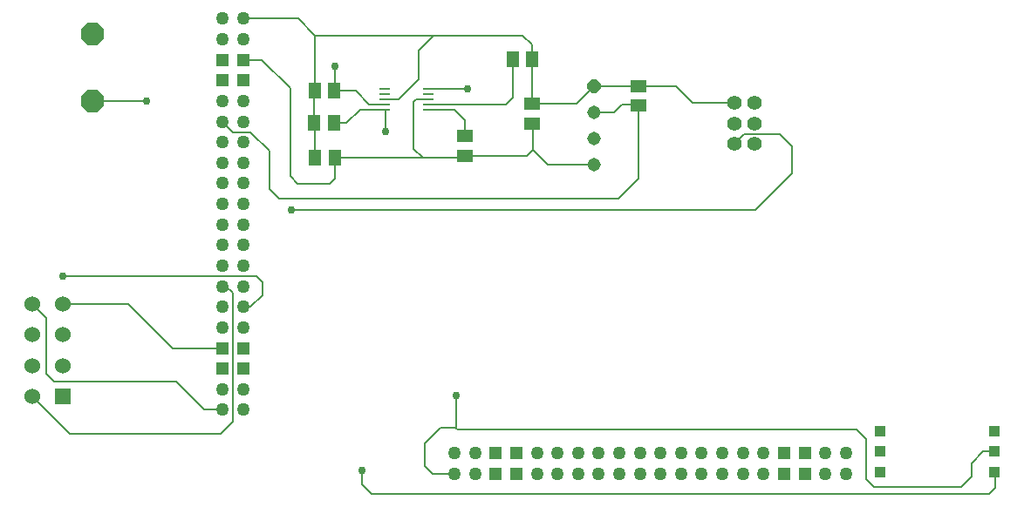
<source format=gbr>
G04 EAGLE Gerber RS-274X export*
G75*
%MOMM*%
%FSLAX34Y34*%
%LPD*%
%INTop Copper*%
%IPPOS*%
%AMOC8*
5,1,8,0,0,1.08239X$1,22.5*%
G01*
%ADD10R,1.258000X1.258000*%
%ADD11C,1.258000*%
%ADD12P,2.336880X8X112.500000*%
%ADD13C,1.530000*%
%ADD14R,1.530000X1.530000*%
%ADD15R,1.108000X1.108000*%
%ADD16R,1.000000X0.250000*%
%ADD17R,1.300000X1.500000*%
%ADD18R,1.500000X1.300000*%
%ADD19C,1.408000*%
%ADD20P,1.415766X8X292.500000*%
%ADD21C,1.308000*%
%ADD22C,0.152400*%
%ADD23C,0.756400*%


D10*
X770700Y51500D03*
X750700Y51500D03*
X770700Y31500D03*
X750700Y31500D03*
X490700Y51500D03*
X470600Y51400D03*
X490700Y31500D03*
X470700Y31600D03*
X225400Y153700D03*
X225400Y133700D03*
X205500Y133700D03*
X205500Y153700D03*
X205400Y413700D03*
X225300Y413800D03*
X205400Y433600D03*
X225600Y433700D03*
D11*
X810700Y51400D03*
X790600Y51500D03*
X810600Y31500D03*
X790700Y31600D03*
X730600Y51400D03*
X730700Y31400D03*
X710600Y51400D03*
X710700Y31400D03*
X690700Y31400D03*
X690600Y51400D03*
X670600Y51400D03*
X670500Y31400D03*
X650600Y51500D03*
X650700Y31400D03*
X630700Y51400D03*
X630600Y31500D03*
X610600Y51400D03*
X610700Y31400D03*
X590600Y51500D03*
X590600Y31500D03*
X570600Y51500D03*
X570600Y31400D03*
X550700Y51500D03*
X550700Y31400D03*
X530700Y51500D03*
X530700Y31400D03*
X510600Y51500D03*
X510600Y31400D03*
X450700Y51500D03*
X450700Y31400D03*
X430600Y51500D03*
X430600Y31400D03*
X225400Y113800D03*
X225400Y93700D03*
X205300Y113800D03*
X205300Y93700D03*
X225400Y193800D03*
X225400Y173700D03*
X205300Y193800D03*
X205300Y173700D03*
X225300Y233800D03*
X225300Y213700D03*
X205200Y233800D03*
X205200Y213700D03*
X225300Y273800D03*
X225300Y253700D03*
X205200Y273800D03*
X205200Y253700D03*
X225400Y313800D03*
X225400Y293700D03*
X205300Y313800D03*
X205300Y293700D03*
X225400Y353800D03*
X225400Y333700D03*
X205300Y353800D03*
X205300Y333700D03*
X225400Y393900D03*
X225400Y373800D03*
X205300Y393900D03*
X205300Y373800D03*
X225400Y473800D03*
X225400Y453700D03*
X205300Y473800D03*
X205300Y453700D03*
D12*
X79000Y393488D03*
X79000Y458512D03*
D13*
X50800Y136500D03*
X20800Y136500D03*
X50800Y166500D03*
X20800Y166500D03*
D14*
X50800Y106500D03*
D13*
X50800Y196500D03*
X20800Y106500D03*
X20800Y196500D03*
D15*
X844000Y73200D03*
X844000Y53200D03*
X844000Y33200D03*
X954800Y33200D03*
X954800Y53200D03*
X954800Y73200D03*
D16*
X405131Y385500D03*
X405131Y390500D03*
X405131Y395500D03*
X405131Y400500D03*
X405131Y405500D03*
X362869Y405500D03*
X362869Y400500D03*
X362869Y395500D03*
X362869Y390500D03*
X362869Y385500D03*
D17*
X314500Y338500D03*
X295500Y338500D03*
X294500Y372500D03*
X313500Y372500D03*
X295000Y403500D03*
X314000Y403500D03*
D18*
X440500Y359500D03*
X440500Y340500D03*
D17*
X506000Y434500D03*
X487000Y434500D03*
D18*
X506000Y391000D03*
X506000Y372000D03*
D19*
X702000Y392000D03*
X722000Y392000D03*
X702000Y372000D03*
X722000Y372000D03*
X702000Y352000D03*
X722000Y352000D03*
D20*
X566000Y408100D03*
D21*
X566000Y382700D03*
X566000Y357300D03*
X566000Y331900D03*
D18*
X609000Y408500D03*
X609000Y389500D03*
D22*
X79588Y459100D02*
X79000Y458512D01*
D23*
X79588Y459100D03*
D22*
X20800Y196500D02*
X34100Y183200D01*
X34100Y128900D01*
X42200Y120800D01*
X187500Y93700D02*
X205300Y93700D01*
X160400Y120800D02*
X42200Y120800D01*
X160400Y120800D02*
X187500Y93700D01*
X225400Y193788D02*
X225400Y193800D01*
X232600Y193800D01*
X244100Y205300D01*
X244100Y217900D01*
X50700Y223800D02*
X50500Y223600D01*
D23*
X50500Y223600D03*
D22*
X238200Y223800D02*
X244100Y217900D01*
X238200Y223800D02*
X50700Y223800D01*
X79000Y393488D02*
X131988Y393488D01*
D23*
X131988Y393488D03*
D22*
X157000Y153700D02*
X205500Y153700D01*
X157000Y153700D02*
X114200Y196500D01*
X50800Y196500D01*
X294500Y372500D02*
X294500Y375500D01*
X294500Y403000D01*
X295000Y403500D01*
X295000Y457500D01*
X278700Y473800D02*
X225400Y473800D01*
X278700Y473800D02*
X295000Y457500D01*
X295500Y374500D02*
X295500Y338500D01*
X295500Y374500D02*
X294500Y375500D01*
X506000Y391000D02*
X506000Y434500D01*
X376500Y395500D02*
X362869Y395500D01*
X396000Y415000D02*
X396000Y443000D01*
X410500Y457500D01*
X497000Y457500D02*
X506000Y448500D01*
X506000Y434500D01*
X396000Y415000D02*
X376500Y395500D01*
X410500Y457500D02*
X497000Y457500D01*
X410500Y457500D02*
X295000Y457500D01*
X701000Y391000D02*
X702000Y392000D01*
X662000Y392000D01*
X645500Y408500D02*
X609000Y408500D01*
X645500Y408500D02*
X662000Y392000D01*
X609000Y408500D02*
X566400Y408500D01*
X566000Y408100D01*
X548900Y391000D01*
X506000Y391000D01*
X440500Y340500D02*
X438500Y338500D01*
X400000Y338500D01*
X314500Y338500D01*
X393500Y395500D02*
X405131Y395500D01*
X393500Y395500D02*
X391000Y393000D01*
X391000Y347500D01*
X400000Y338500D01*
X506000Y372000D02*
X506500Y372000D01*
X500500Y340500D02*
X440500Y340500D01*
X506500Y346500D02*
X506500Y372000D01*
X506500Y346500D02*
X500500Y340500D01*
X314500Y338500D02*
X314500Y318500D01*
X309500Y313500D01*
X278000Y313500D01*
X271000Y320500D01*
X243800Y433700D02*
X225600Y433700D01*
X271000Y406500D02*
X271000Y320500D01*
X271000Y406500D02*
X243800Y433700D01*
X506500Y346500D02*
X521100Y331900D01*
X566000Y331900D01*
X362869Y390500D02*
X348000Y390500D01*
X335000Y403500D02*
X315500Y403500D01*
X314000Y403500D01*
X335000Y403500D02*
X348000Y390500D01*
X711500Y361500D02*
X746500Y361500D01*
X758500Y349500D01*
X723000Y288000D02*
X272500Y288000D01*
D23*
X272500Y288000D03*
D22*
X758500Y323500D02*
X758500Y349500D01*
X758500Y323500D02*
X723000Y288000D01*
D23*
X314500Y428000D03*
D22*
X314500Y404500D01*
X315500Y403500D01*
X702000Y352000D02*
X711500Y361500D01*
D23*
X443500Y405500D03*
D22*
X405131Y405500D01*
X326000Y372500D02*
X313500Y372500D01*
X339000Y385500D02*
X362869Y385500D01*
X339000Y385500D02*
X326000Y372500D01*
X362869Y385500D02*
X363500Y384869D01*
D23*
X363500Y364000D03*
D22*
X363500Y384869D01*
D23*
X432200Y107400D03*
D22*
X432200Y75700D01*
X432200Y75900D02*
X432200Y107400D01*
X432200Y75900D02*
X416900Y75900D01*
X401600Y60600D01*
X401600Y38900D01*
X409100Y31400D01*
X430600Y31400D01*
X433600Y74300D02*
X432200Y75700D01*
X830500Y65100D02*
X830500Y26100D01*
X837600Y19000D01*
X922500Y19000D02*
X932300Y28800D01*
X932300Y41700D01*
X943800Y53200D01*
X954800Y53200D01*
X821300Y74300D02*
X433600Y74300D01*
X821300Y74300D02*
X830500Y65100D01*
X837600Y19000D02*
X922500Y19000D01*
X350316Y11684D02*
X341000Y21000D01*
X341000Y34500D01*
D23*
X341000Y34500D03*
D22*
X949584Y11684D02*
X955300Y17400D01*
X955300Y32700D01*
X954800Y33200D01*
X949584Y11684D02*
X350316Y11684D01*
X215795Y363300D02*
X215790Y363310D01*
X205300Y373800D01*
X215795Y363300D02*
X232800Y363300D01*
X566000Y382700D02*
X585700Y382700D01*
X593000Y390000D01*
X608500Y390000D01*
X609000Y389500D01*
X251000Y345100D02*
X251000Y308000D01*
X251000Y345100D02*
X232800Y363300D01*
X251000Y308000D02*
X260000Y299000D01*
X590000Y299000D01*
X609000Y318000D02*
X609000Y389500D01*
X609000Y318000D02*
X590000Y299000D01*
X56800Y70500D02*
X20800Y106500D01*
X215400Y82000D02*
X215400Y207200D01*
X208900Y213700D01*
X205200Y213700D01*
X203900Y70500D02*
X56800Y70500D01*
X203900Y70500D02*
X215400Y82000D01*
X440500Y359500D02*
X440500Y375500D01*
X430500Y385500D02*
X405131Y385500D01*
X430500Y385500D02*
X440500Y375500D01*
X405131Y390500D02*
X480500Y390500D01*
X487000Y397000D02*
X487000Y434500D01*
X487000Y397000D02*
X480500Y390500D01*
M02*

</source>
